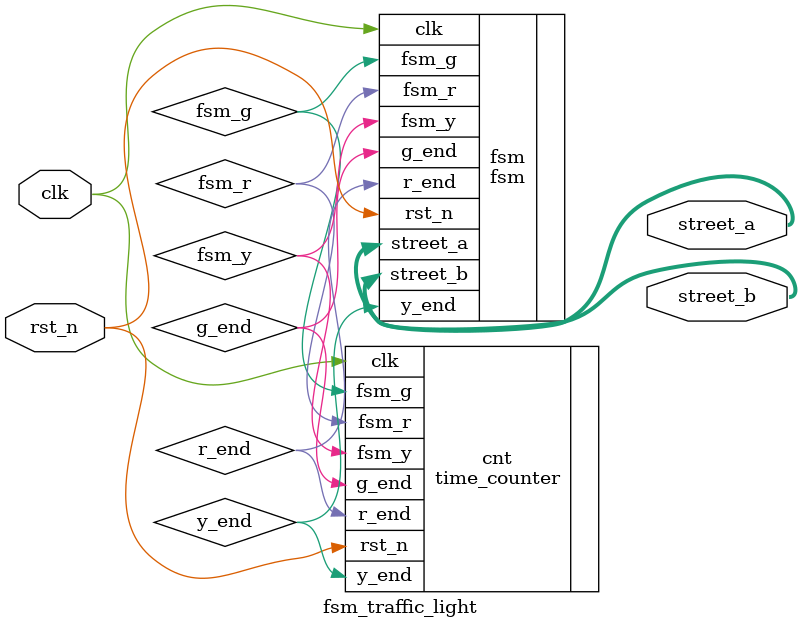
<source format=v>
module fsm_traffic_light(clk, rst_n, street_a, street_b);
	//input
	input clk;
	input rst_n;
	//output
	output [2:0] street_a;
	output [2:0] street_b;
wire fsm_g;
wire fsm_y;
wire fsm_r;
wire g_end;
wire y_end;
wire r_end;

time_counter cnt(. clk(clk), .rst_n(rst_n), .g_end(g_end), .y_end(y_end), .r_end(r_end), .fsm_g(fsm_g), .fsm_y(fsm_y), .fsm_r(fsm_r));
fsm fsm(. clk(clk), .rst_n(rst_n), .g_end(g_end), .y_end(y_end), .r_end(r_end), .fsm_g(fsm_g), .fsm_y(fsm_y), .fsm_r(fsm_r), .street_a(street_a[2:0]), .street_b(street_b[2:0]));

endmodule

</source>
